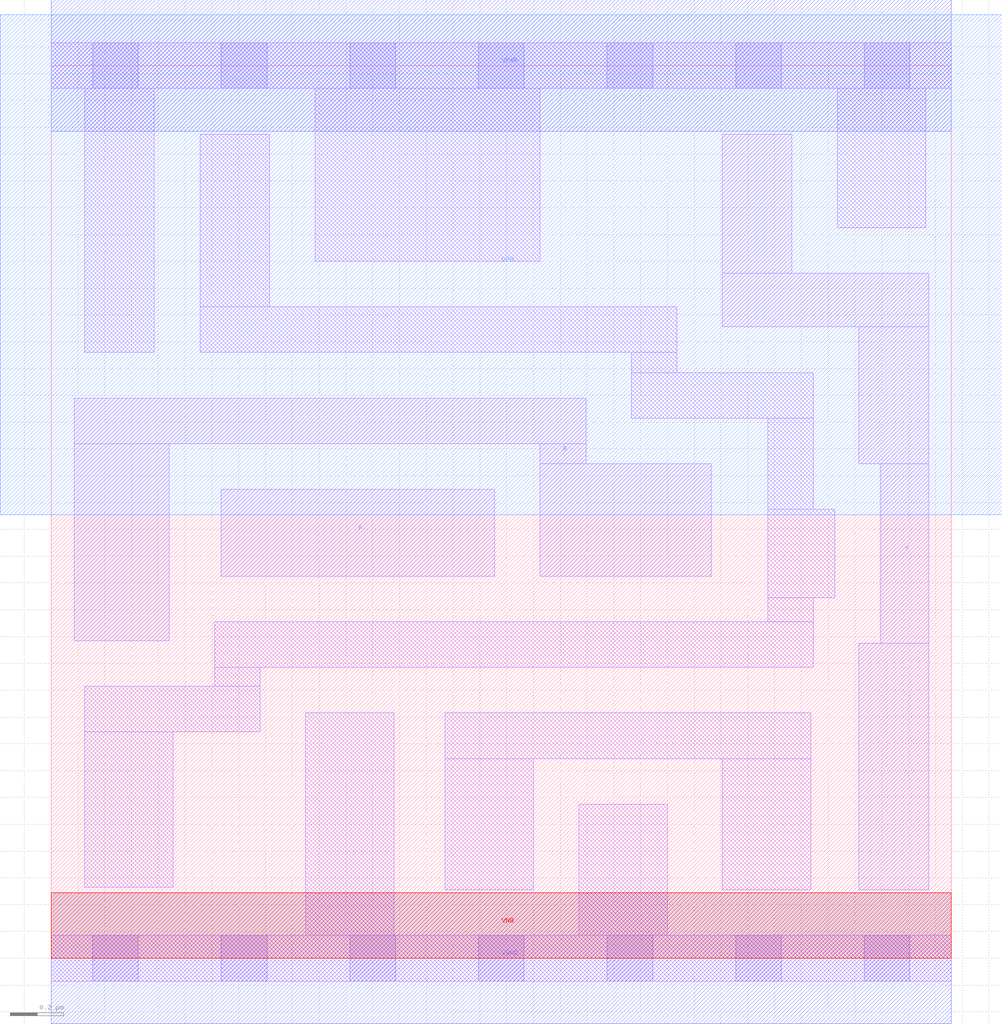
<source format=lef>
# Copyright 2020 The SkyWater PDK Authors
#
# Licensed under the Apache License, Version 2.0 (the "License");
# you may not use this file except in compliance with the License.
# You may obtain a copy of the License at
#
#     https://www.apache.org/licenses/LICENSE-2.0
#
# Unless required by applicable law or agreed to in writing, software
# distributed under the License is distributed on an "AS IS" BASIS,
# WITHOUT WARRANTIES OR CONDITIONS OF ANY KIND, either express or implied.
# See the License for the specific language governing permissions and
# limitations under the License.
#
# SPDX-License-Identifier: Apache-2.0

VERSION 5.7 ;
  NOWIREEXTENSIONATPIN ON ;
  DIVIDERCHAR "/" ;
  BUSBITCHARS "[]" ;
MACRO sky130_fd_sc_lp__xnor2_1
  CLASS CORE ;
  FOREIGN sky130_fd_sc_lp__xnor2_1 ;
  ORIGIN  0.000000  0.000000 ;
  SIZE  3.360000 BY  3.330000 ;
  SYMMETRY X Y R90 ;
  SITE unit ;
  PIN A
    ANTENNAGATEAREA  0.630000 ;
    DIRECTION INPUT ;
    USE SIGNAL ;
    PORT
      LAYER li1 ;
        RECT 0.635000 1.425000 1.655000 1.750000 ;
    END
  END A
  PIN B
    ANTENNAGATEAREA  0.630000 ;
    DIRECTION INPUT ;
    USE SIGNAL ;
    PORT
      LAYER li1 ;
        RECT 0.085000 1.185000 0.440000 1.920000 ;
        RECT 0.085000 1.920000 1.995000 2.090000 ;
        RECT 1.825000 1.425000 2.465000 1.845000 ;
        RECT 1.825000 1.845000 1.995000 1.920000 ;
    END
  END B
  PIN Y
    ANTENNADIFFAREA  0.657300 ;
    DIRECTION OUTPUT ;
    USE SIGNAL ;
    PORT
      LAYER li1 ;
        RECT 2.505000 2.355000 3.275000 2.555000 ;
        RECT 2.505000 2.555000 2.765000 3.075000 ;
        RECT 3.015000 0.255000 3.275000 1.175000 ;
        RECT 3.015000 1.845000 3.275000 2.355000 ;
        RECT 3.095000 1.175000 3.275000 1.845000 ;
    END
  END Y
  PIN VGND
    DIRECTION INOUT ;
    USE GROUND ;
    PORT
      LAYER met1 ;
        RECT 0.000000 -0.245000 3.360000 0.245000 ;
    END
  END VGND
  PIN VNB
    DIRECTION INOUT ;
    USE GROUND ;
    PORT
      LAYER pwell ;
        RECT 0.000000 0.000000 3.360000 0.245000 ;
    END
  END VNB
  PIN VPB
    DIRECTION INOUT ;
    USE POWER ;
    PORT
      LAYER nwell ;
        RECT -0.190000 1.655000 3.550000 3.520000 ;
    END
  END VPB
  PIN VPWR
    DIRECTION INOUT ;
    USE POWER ;
    PORT
      LAYER met1 ;
        RECT 0.000000 3.085000 3.360000 3.575000 ;
    END
  END VPWR
  OBS
    LAYER li1 ;
      RECT 0.000000 -0.085000 3.360000 0.085000 ;
      RECT 0.000000  3.245000 3.360000 3.415000 ;
      RECT 0.125000  0.265000 0.455000 0.845000 ;
      RECT 0.125000  0.845000 0.780000 1.015000 ;
      RECT 0.125000  2.260000 0.385000 3.245000 ;
      RECT 0.555000  2.260000 2.335000 2.430000 ;
      RECT 0.555000  2.430000 0.815000 3.075000 ;
      RECT 0.610000  1.015000 0.780000 1.085000 ;
      RECT 0.610000  1.085000 2.845000 1.255000 ;
      RECT 0.950000  0.085000 1.280000 0.915000 ;
      RECT 0.985000  2.600000 1.825000 3.245000 ;
      RECT 1.470000  0.255000 1.800000 0.745000 ;
      RECT 1.470000  0.745000 2.835000 0.915000 ;
      RECT 1.970000  0.085000 2.300000 0.575000 ;
      RECT 2.165000  2.015000 2.845000 2.185000 ;
      RECT 2.165000  2.185000 2.335000 2.260000 ;
      RECT 2.505000  0.255000 2.835000 0.745000 ;
      RECT 2.675000  1.255000 2.845000 1.345000 ;
      RECT 2.675000  1.345000 2.925000 1.675000 ;
      RECT 2.675000  1.675000 2.845000 2.015000 ;
      RECT 2.935000  2.725000 3.265000 3.245000 ;
    LAYER mcon ;
      RECT 0.155000 -0.085000 0.325000 0.085000 ;
      RECT 0.155000  3.245000 0.325000 3.415000 ;
      RECT 0.635000 -0.085000 0.805000 0.085000 ;
      RECT 0.635000  3.245000 0.805000 3.415000 ;
      RECT 1.115000 -0.085000 1.285000 0.085000 ;
      RECT 1.115000  3.245000 1.285000 3.415000 ;
      RECT 1.595000 -0.085000 1.765000 0.085000 ;
      RECT 1.595000  3.245000 1.765000 3.415000 ;
      RECT 2.075000 -0.085000 2.245000 0.085000 ;
      RECT 2.075000  3.245000 2.245000 3.415000 ;
      RECT 2.555000 -0.085000 2.725000 0.085000 ;
      RECT 2.555000  3.245000 2.725000 3.415000 ;
      RECT 3.035000 -0.085000 3.205000 0.085000 ;
      RECT 3.035000  3.245000 3.205000 3.415000 ;
  END
END sky130_fd_sc_lp__xnor2_1
END LIBRARY

</source>
